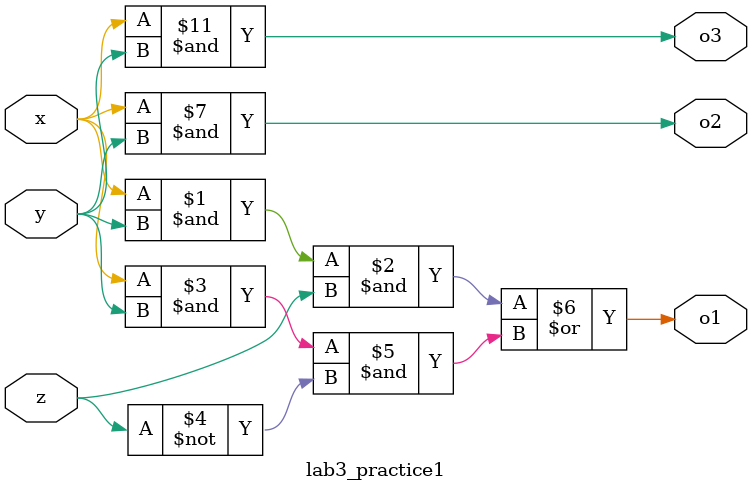
<source format=v>
`timescale 1ns / 1ps

module lab3_practice1(
    input x, y, z,
    output o1, o2, o3
);

assign o1 = x & y & z | x & y & ~z;
assign o2 = x & y & (z | ~z);
assign o3 = x & y;

endmodule
</source>
